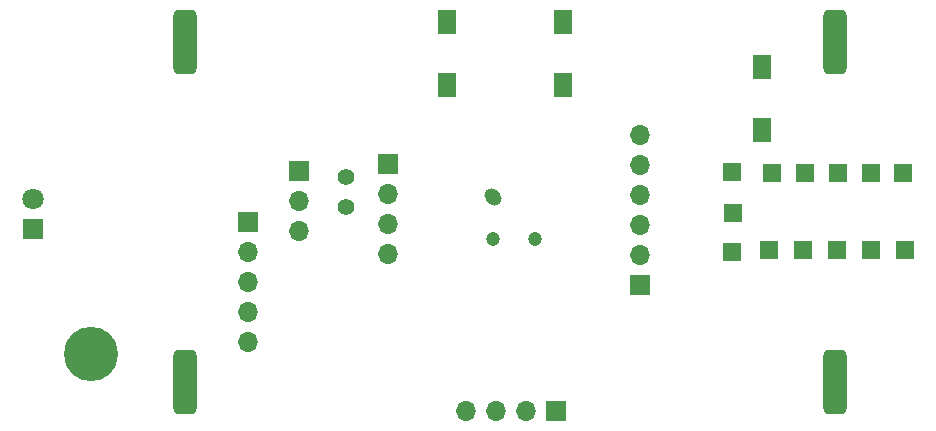
<source format=gbr>
%TF.GenerationSoftware,KiCad,Pcbnew,7.0.1*%
%TF.CreationDate,2023-06-12T22:14:20+07:00*%
%TF.ProjectId,Air Conditioner Energy Saver V7,41697220-436f-46e6-9469-74696f6e6572,rev?*%
%TF.SameCoordinates,Original*%
%TF.FileFunction,Soldermask,Bot*%
%TF.FilePolarity,Negative*%
%FSLAX46Y46*%
G04 Gerber Fmt 4.6, Leading zero omitted, Abs format (unit mm)*
G04 Created by KiCad (PCBNEW 7.0.1) date 2023-06-12 22:14:20*
%MOMM*%
%LPD*%
G01*
G04 APERTURE LIST*
G04 Aperture macros list*
%AMRoundRect*
0 Rectangle with rounded corners*
0 $1 Rounding radius*
0 $2 $3 $4 $5 $6 $7 $8 $9 X,Y pos of 4 corners*
0 Add a 4 corners polygon primitive as box body*
4,1,4,$2,$3,$4,$5,$6,$7,$8,$9,$2,$3,0*
0 Add four circle primitives for the rounded corners*
1,1,$1+$1,$2,$3*
1,1,$1+$1,$4,$5*
1,1,$1+$1,$6,$7*
1,1,$1+$1,$8,$9*
0 Add four rect primitives between the rounded corners*
20,1,$1+$1,$2,$3,$4,$5,0*
20,1,$1+$1,$4,$5,$6,$7,0*
20,1,$1+$1,$6,$7,$8,$9,0*
20,1,$1+$1,$8,$9,$2,$3,0*%
%AMHorizOval*
0 Thick line with rounded ends*
0 $1 width*
0 $2 $3 position (X,Y) of the first rounded end (center of the circle)*
0 $4 $5 position (X,Y) of the second rounded end (center of the circle)*
0 Add line between two ends*
20,1,$1,$2,$3,$4,$5,0*
0 Add two circle primitives to create the rounded ends*
1,1,$1,$2,$3*
1,1,$1,$4,$5*%
G04 Aperture macros list end*
%ADD10R,1.700000X1.700000*%
%ADD11O,1.700000X1.700000*%
%ADD12HorizOval,1.200000X0.141421X-0.141421X-0.141421X0.141421X0*%
%ADD13HorizOval,1.200000X0.000000X0.000000X0.000000X0.000000X0*%
%ADD14RoundRect,0.500000X-0.500000X2.250000X-0.500000X-2.250000X0.500000X-2.250000X0.500000X2.250000X0*%
%ADD15C,4.600000*%
%ADD16RoundRect,0.500000X0.500000X-2.250000X0.500000X2.250000X-0.500000X2.250000X-0.500000X-2.250000X0*%
%ADD17R,1.500000X1.500000*%
%ADD18R,1.600000X2.000000*%
%ADD19C,1.400000*%
%ADD20R,1.800000X1.800000*%
%ADD21C,1.800000*%
G04 APERTURE END LIST*
D10*
%TO.C,J2*%
X152654000Y-98425000D03*
D11*
X152654000Y-95885000D03*
X152654000Y-93345000D03*
X152654000Y-90805000D03*
X152654000Y-88265000D03*
X152654000Y-85725000D03*
%TD*%
D12*
%TO.C,U2*%
X140203949Y-91003949D03*
D13*
X140203949Y-94596051D03*
X143796051Y-94596051D03*
%TD*%
D14*
%TO.C,BT2*%
X114100000Y-106700000D03*
X169150000Y-106700000D03*
%TD*%
D15*
%TO.C,H1*%
X106200000Y-104300000D03*
%TD*%
D16*
%TO.C,BT1*%
X169200000Y-77900000D03*
X114150000Y-77900000D03*
%TD*%
D17*
%TO.C,P17*%
X166475000Y-95500000D03*
%TD*%
D18*
%TO.C,SW1*%
X146113000Y-81567000D03*
X146113000Y-76167000D03*
%TD*%
D17*
%TO.C,P31*%
X163850000Y-89000000D03*
%TD*%
D10*
%TO.C,JP1*%
X123793000Y-88773000D03*
D11*
X123793000Y-91313000D03*
X123793000Y-93853000D03*
%TD*%
D17*
%TO.C,P26*%
X172175000Y-89000000D03*
%TD*%
D10*
%TO.C,J4*%
X131286000Y-88186000D03*
D11*
X131286000Y-90726000D03*
X131286000Y-93266000D03*
X131286000Y-95806000D03*
%TD*%
D17*
%TO.C,P22*%
X169350000Y-95500000D03*
%TD*%
%TO.C,P25*%
X174950000Y-89000000D03*
%TD*%
D18*
%TO.C,SW2*%
X136313000Y-81567000D03*
X136313000Y-76167000D03*
%TD*%
D10*
%TO.C,J1*%
X119475000Y-93096000D03*
D11*
X119475000Y-95636000D03*
X119475000Y-98176000D03*
X119475000Y-100716000D03*
X119475000Y-103256000D03*
%TD*%
D10*
%TO.C,J5*%
X145580000Y-109100000D03*
D11*
X143040000Y-109100000D03*
X140500000Y-109100000D03*
X137960000Y-109100000D03*
%TD*%
D17*
%TO.C,P3*%
X160500000Y-92400000D03*
%TD*%
%TO.C,P2*%
X160400000Y-88900000D03*
%TD*%
%TO.C,P16*%
X163600000Y-95500000D03*
%TD*%
%TO.C,P29*%
X166625000Y-89000000D03*
%TD*%
%TO.C,P13*%
X160400000Y-95650000D03*
%TD*%
%TO.C,P23*%
X172225000Y-95500000D03*
%TD*%
D18*
%TO.C,RST2*%
X163020000Y-79977000D03*
X163020000Y-85377000D03*
%TD*%
D19*
%TO.C,JP2*%
X127730000Y-89301000D03*
X127730000Y-91841000D03*
%TD*%
D20*
%TO.C,D1*%
X101254000Y-93731000D03*
D21*
X101254000Y-91191000D03*
%TD*%
D17*
%TO.C,P27*%
X169400000Y-89000000D03*
%TD*%
%TO.C,P24*%
X175100000Y-95500000D03*
%TD*%
M02*

</source>
